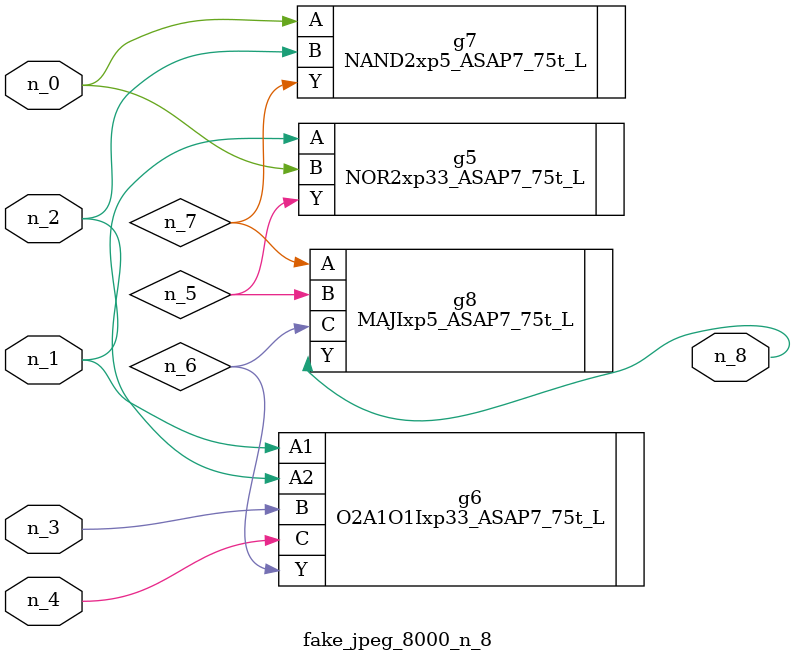
<source format=v>
module fake_jpeg_8000_n_8 (n_3, n_2, n_1, n_0, n_4, n_8);

input n_3;
input n_2;
input n_1;
input n_0;
input n_4;

output n_8;

wire n_6;
wire n_5;
wire n_7;

NOR2xp33_ASAP7_75t_L g5 ( 
.A(n_1),
.B(n_0),
.Y(n_5)
);

O2A1O1Ixp33_ASAP7_75t_L g6 ( 
.A1(n_1),
.A2(n_2),
.B(n_3),
.C(n_4),
.Y(n_6)
);

NAND2xp5_ASAP7_75t_L g7 ( 
.A(n_0),
.B(n_2),
.Y(n_7)
);

MAJIxp5_ASAP7_75t_L g8 ( 
.A(n_7),
.B(n_5),
.C(n_6),
.Y(n_8)
);


endmodule
</source>
